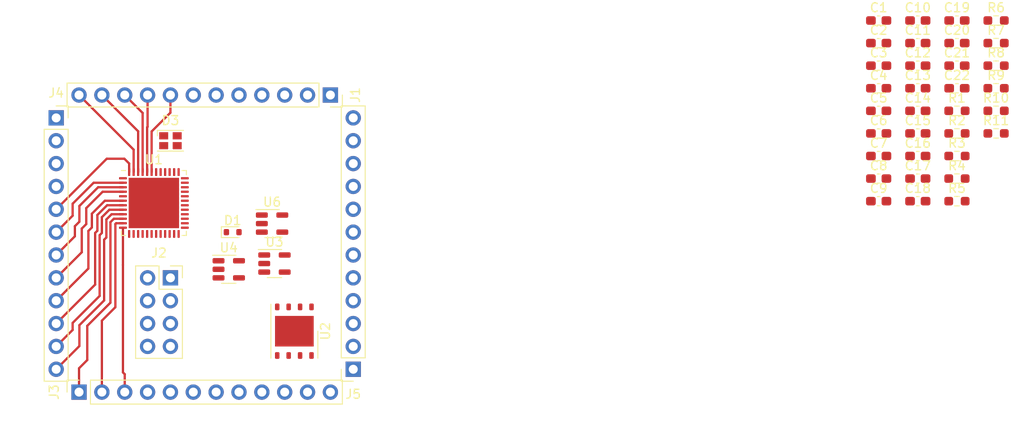
<source format=kicad_pcb>
(kicad_pcb (version 20221018) (generator pcbnew)
  (layers (0 "F.Cu" signal) (31 "B.Cu" signal) (34 "B.Paste" user) (35 "F.Paste" user) (36 "B.SilkS" user "B.Silkscreen") (37 "F.SilkS" user "F.Silkscreen") (38 "B.Mask" user) (39 "F.Mask" user) (44 "Edge.Cuts" user))
  (net 0 "")
  (net 1 "/BANK_0_V+")
  (net 2 "GND")
  (net 3 "/BANK_1_V+")
  (net 4 "/BANK_2_V+")
  (net 5 "+5V")
  (net 6 "+3V3")
  (net 7 "+1V2")
  (net 8 "+2V5")
  (net 9 "Net-(U1D-VCCPLL)")
  (net 10 "Net-(D3-A)")
  (net 11 "/RGB0_G")
  (net 12 "/RGB1_B")
  (net 13 "/RGB2_R")
  (net 14 "/IOT_37a")
  (net 15 "/IOT_36b")
  (net 16 "/IOT_39a")
  (net 17 "/IOT_38b")
  (net 18 "/IOT_41a")
  (net 19 "/IOT_42b")
  (net 20 "/IOT_43a")
  (net 21 "/IOT_44b")
  (net 22 "/IOT_46b_G0")
  (net 23 "/IOT_48b")
  (net 24 "/IOT_45a_G1")
  (net 25 "/IOT_50b")
  (net 26 "/IOT_51a")
  (net 27 "/IOT_49a")
  (net 28 "/IOB_3b_G6")
  (net 29 "/IOB_5b")
  (net 30 "/IOB_0a")
  (net 31 "/IOB_2a")
  (net 32 "/~{CRESET}")
  (net 33 "/CDONE")
  (net 34 "/IOB_32a_SPI_SO")
  (net 35 "/IOB_33b_SPI_SI")
  (net 36 "/IOB_34a_SPI_SCK")
  (net 37 "/IOB_35b_SPI_SS")
  (net 38 "/IOB_4a")
  (net 39 "/IOB_6a")
  (net 40 "/IOB_8a")
  (net 41 "/IOB_9b")
  (net 42 "/IOB_13b")
  (net 43 "/IOB_16a")
  (net 44 "/IOB_18a")
  (net 45 "/IOB_20a")
  (net 46 "/IOB_22a")
  (net 47 "/IOB_24a")
  (net 48 "/IOB_31b")
  (net 49 "/IOB_29b")
  (net 50 "/IOB_25b_G3")
  (net 51 "/IOB_23b")
  (net 52 "/FLASH_IO2")
  (net 53 "/FLASH_IO3")
  (footprint "Package_TO_SOT_SMD:SOT-23-5" (layer "F.Cu") (at 82.4175 72.71)
    (fp_text reference "U6" (at 0 -2.4) (layer "F.SilkS"))
    (fp_text value "AP2127K-1.2")
    (fp_line (start 0 -1.56) (end -1.8 -1.56) (stroke (width 0.12)) (layer "F.SilkS"))
    (fp_line (start 0 -1.56) (end 0.8 -1.56) (stroke (width 0.12)) (layer "F.SilkS"))
    (fp_line (start 0 1.56) (end -0.8 1.56) (stroke (width 0.12)) (layer "F.SilkS"))
    (fp_line (start 0 1.56) (end 0.8 1.56) (stroke (width 0.12)) (layer "F.SilkS"))
    (pad "1" smd roundrect (at -1.1375 -0.95) (size 1.325 0.6) (layers "F.Cu" "F.Paste" "F.Mask") (net 5 "+5V"))
    (pad "2" smd roundrect (at -1.1375 0) (size 1.325 0.6) (layers "F.Cu" "F.Paste" "F.Mask") (net 2 "GND"))
    (pad "3" smd roundrect (at -1.1375 0.95) (size 1.325 0.6) (layers "F.Cu" "F.Paste" "F.Mask") (net 5 "+5V"))
    (pad "4" smd roundrect (at 1.1375 0.95) (size 1.325 0.6) (layers "F.Cu" "F.Paste" "F.Mask"))
    (pad "5" smd roundrect (at 1.1375 -0.95) (size 1.325 0.6) (layers "F.Cu" "F.Paste" "F.Mask") (net 7 "+1V2"))
  )
  (footprint "Resistor_SMD:R_0603_1608Metric_Pad0.98x0.95mm_HandSolder" (layer "F.Cu") (at 158.54 60.175)
    (fp_text reference "R1" (at 0 -1.43) (layer "F.SilkS"))
    (fp_text value "R_Small")
    (fp_line (start -0.254724 -0.5225) (end 0.254724 -0.5225) (stroke (width 0.12)) (layer "F.SilkS"))
    (fp_line (start -0.254724 0.5225) (end 0.254724 0.5225) (stroke (width 0.12)) (layer "F.SilkS"))
    (pad "1" smd roundrect (at -0.9125 0) (size 0.975 0.95) (layers "F.Cu" "F.Paste" "F.Mask") (net 6 "+3V3"))
    (pad "2" smd roundrect (at 0.9125 0) (size 0.975 0.95) (layers "F.Cu" "F.Paste" "F.Mask") (net 3 "/BANK_1_V+"))
  )
  (footprint "Package_TO_SOT_SMD:SOT-23-5" (layer "F.Cu") (at 77.6025 77.79)
    (fp_text reference "U4" (at 0 -2.4) (layer "F.SilkS"))
    (fp_text value "AP2127K-2.5")
    (fp_line (start 0 -1.56) (end -1.8 -1.56) (stroke (width 0.12)) (layer "F.SilkS"))
    (fp_line (start 0 -1.56) (end 0.8 -1.56) (stroke (width 0.12)) (layer "F.SilkS"))
    (fp_line (start 0 1.56) (end -0.8 1.56) (stroke (width 0.12)) (layer "F.SilkS"))
    (fp_line (start 0 1.56) (end 0.8 1.56) (stroke (width 0.12)) (layer "F.SilkS"))
    (pad "1" smd roundrect (at -1.1375 -0.95) (size 1.325 0.6) (layers "F.Cu" "F.Paste" "F.Mask") (net 5 "+5V"))
    (pad "2" smd roundrect (at -1.1375 0) (size 1.325 0.6) (layers "F.Cu" "F.Paste" "F.Mask") (net 2 "GND"))
    (pad "3" smd roundrect (at -1.1375 0.95) (size 1.325 0.6) (layers "F.Cu" "F.Paste" "F.Mask") (net 5 "+5V"))
    (pad "4" smd roundrect (at 1.1375 0.95) (size 1.325 0.6) (layers "F.Cu" "F.Paste" "F.Mask"))
    (pad "5" smd roundrect (at 1.1375 -0.95) (size 1.325 0.6) (layers "F.Cu" "F.Paste" "F.Mask") (net 8 "+2V5"))
  )
  (footprint "Capacitor_SMD:C_0603_1608Metric_Pad1.08x0.95mm_HandSolder" (layer "F.Cu") (at 154.19 60.175)
    (fp_text reference "C14" (at 0 -1.43) (layer "F.SilkS"))
    (fp_text value "2u2")
    (fp_line (start -0.146267 -0.51) (end 0.146267 -0.51) (stroke (width 0.12)) (layer "F.SilkS"))
    (fp_line (start -0.146267 0.51) (end 0.146267 0.51) (stroke (width 0.12)) (layer "F.SilkS"))
    (pad "1" smd roundrect (at -0.8625 0) (size 1.075 0.95) (layers "F.Cu" "F.Paste" "F.Mask") (net 5 "+5V"))
    (pad "2" smd roundrect (at 0.8625 0) (size 1.075 0.95) (layers "F.Cu" "F.Paste" "F.Mask") (net 2 "GND"))
  )
  (footprint "Capacitor_SMD:C_0603_1608Metric_Pad1.08x0.95mm_HandSolder" (layer "F.Cu") (at 154.19 57.665)
    (fp_text reference "C13" (at 0 -1.43) (layer "F.SilkS"))
    (fp_text value "2u2")
    (fp_line (start -0.146267 -0.51) (end 0.146267 -0.51) (stroke (width 0.12)) (layer "F.SilkS"))
    (fp_line (start -0.146267 0.51) (end 0.146267 0.51) (stroke (width 0.12)) (layer "F.SilkS"))
    (pad "1" smd roundrect (at -0.8625 0) (size 1.075 0.95) (layers "F.Cu" "F.Paste" "F.Mask") (net 7 "+1V2"))
    (pad "2" smd roundrect (at 0.8625 0) (size 1.075 0.95) (layers "F.Cu" "F.Paste" "F.Mask") (net 2 "GND"))
  )
  (footprint "Resistor_SMD:R_0603_1608Metric_Pad0.98x0.95mm_HandSolder" (layer "F.Cu") (at 162.89 55.155)
    (fp_text reference "R8" (at 0 -1.43) (layer "F.SilkS"))
    (fp_text value "R_Small")
    (fp_line (start -0.254724 -0.5225) (end 0.254724 -0.5225) (stroke (width 0.12)) (layer "F.SilkS"))
    (fp_line (start -0.254724 0.5225) (end 0.254724 0.5225) (stroke (width 0.12)) (layer "F.SilkS"))
    (pad "1" smd roundrect (at -0.9125 0) (size 0.975 0.95) (layers "F.Cu" "F.Paste" "F.Mask") (net 10 "Net-(D3-A)"))
    (pad "2" smd roundrect (at 0.9125 0) (size 0.975 0.95) (layers "F.Cu" "F.Paste" "F.Mask") (net 6 "+3V3"))
  )
  (footprint "Connector_PinSocket_2.54mm:PinSocket_2x04_P2.54mm_Vertical" (layer "F.Cu") (at 71.12 78.74)
    (fp_text reference "J2" (at -1.27 -2.77) (layer "F.SilkS"))
    (fp_text value "Conn_02x04_Counter_Clockwise")
    (fp_line (start -3.87 -1.33) (end -3.87 8.95) (stroke (width 0.12)) (layer "F.SilkS"))
    (fp_line (start -3.87 -1.33) (end -1.27 -1.33) (stroke (width 0.12)) (layer "F.SilkS"))
    (fp_line (start -3.87 8.95) (end 1.33 8.95) (stroke (width 0.12)) (layer "F.SilkS"))
    (fp_line (start -1.27 -1.33) (end -1.27 1.27) (stroke (width 0.12)) (layer "F.SilkS"))
    (fp_line (start -1.27 1.27) (end 1.33 1.27) (stroke (width 0.12)) (layer "F.SilkS"))
    (fp_line (start 0 -1.33) (end 1.33 -1.33) (stroke (width 0.12)) (layer "F.SilkS"))
    (fp_line (start 1.33 -1.33) (end 1.33 0) (stroke (width 0.12)) (layer "F.SilkS"))
    (fp_line (start 1.33 1.27) (end 1.33 8.95) (stroke (width 0.12)) (layer "F.SilkS"))
    (pad "1" thru_hole rect (at 0 0) (size 1.7 1.7) (drill 1) (layers "*.Cu" "*.Mask") (net 5 "+5V"))
    (pad "2" thru_hole oval (at -2.54 0) (size 1.7 1.7) (drill 1) (layers "*.Cu" "*.Mask") (net 32 "/~{CRESET}"))
    (pad "3" thru_hole oval (at 0 2.54) (size 1.7 1.7) (drill 1) (layers "*.Cu" "*.Mask") (net 33 "/CDONE"))
    (pad "4" thru_hole oval (at -2.54 2.54) (size 1.7 1.7) (drill 1) (layers "*.Cu" "*.Mask") (net 2 "GND"))
    (pad "5" thru_hole oval (at 0 5.08) (size 1.7 1.7) (drill 1) (layers "*.Cu" "*.Mask") (net 34 "/IOB_32a_SPI_SO"))
    (pad "6" thru_hole oval (at -2.54 5.08) (size 1.7 1.7) (drill 1) (layers "*.Cu" "*.Mask") (net 35 "/IOB_33b_SPI_SI"))
    (pad "7" thru_hole oval (at 0 7.62) (size 1.7 1.7) (drill 1) (layers "*.Cu" "*.Mask") (net 36 "/IOB_34a_SPI_SCK"))
    (pad "8" thru_hole oval (at -2.54 7.62) (size 1.7 1.7) (drill 1) (layers "*.Cu" "*.Mask") (net 37 "/IOB_35b_SPI_SS"))
  )
  (footprint "Package_SON:WSON-8-1EP_6x5mm_P1.27mm_EP3.4x4.3mm" (layer "F.Cu") (at 84.895 84.67 -90)
    (fp_text reference "U2" (at 0 -3.45 90) (layer "F.SilkS"))
    (fp_text value "W25Q32JVZP")
    (fp_line (start -3 2.61) (end 3 2.61) (stroke (width 0.12)) (layer "F.SilkS"))
    (fp_line (start 0 -2.61) (end 3 -2.61) (stroke (width 0.12)) (layer "F.SilkS"))
    (pad "1" smd roundrect (at -2.7 -1.905 270) (size 0.75 0.5) (layers "F.Cu" "F.Paste" "F.Mask") (net 37 "/IOB_35b_SPI_SS"))
    (pad "2" smd roundrect (at -2.7 -0.635 270) (size 0.75 0.5) (layers "F.Cu" "F.Paste" "F.Mask") (net 34 "/IOB_32a_SPI_SO"))
    (pad "3" smd roundrect (at -2.7 0.635 270) (size 0.75 0.5) (layers "F.Cu" "F.Paste" "F.Mask") (net 52 "/FLASH_IO2"))
    (pad "4" smd roundrect (at -2.7 1.905 270) (size 0.75 0.5) (layers "F.Cu" "F.Paste" "F.Mask") (net 2 "GND"))
    (pad "5" smd roundrect (at 2.7 1.905 270) (size 0.75 0.5) (layers "F.Cu" "F.Paste" "F.Mask") (net 35 "/IOB_33b_SPI_SI"))
    (pad "6" smd roundrect (at 2.7 0.635 270) (size 0.75 0.5) (layers "F.Cu" "F.Paste" "F.Mask") (net 36 "/IOB_34a_SPI_SCK"))
    (pad "7" smd roundrect (at 2.7 -0.635 270) (size 0.75 0.5) (layers "F.Cu" "F.Paste" "F.Mask") (net 53 "/FLASH_IO3"))
    (pad "8" smd roundrect (at 2.7 -1.905 270) (size 0.75 0.5) (layers "F.Cu" "F.Paste" "F.Mask") (net 3 "/BANK_1_V+"))
    (pad "9" smd rect (at 0 0 270) (size 3.4 4.3) (layers "F.Cu" "F.Mask") (net 2 "GND"))
  )
  (footprint "Capacitor_SMD:C_0603_1608Metric_Pad1.08x0.95mm_HandSolder" (layer "F.Cu") (at 158.54 55.155)
    (fp_text reference "C21" (at 0 -1.43) (layer "F.SilkS"))
    (fp_text value "2u2")
    (fp_line (start -0.146267 -0.51) (end 0.146267 -0.51) (stroke (width 0.12)) (layer "F.SilkS"))
    (fp_line (start -0.146267 0.51) (end 0.146267 0.51) (stroke (width 0.12)) (layer "F.SilkS"))
    (pad "1" smd roundrect (at -0.8625 0) (size 1.075 0.95) (layers "F.Cu" "F.Paste" "F.Mask") (net 10 "Net-(D3-A)"))
    (pad "2" smd roundrect (at 0.8625 0) (size 1.075 0.95) (layers "F.Cu" "F.Paste" "F.Mask") (net 2 "GND"))
  )
  (footprint "Capacitor_SMD:C_0603_1608Metric_Pad1.08x0.95mm_HandSolder" (layer "F.Cu") (at 149.84 67.705)
    (fp_text reference "C8" (at 0 -1.43) (layer "F.SilkS"))
    (fp_text value "10n")
    (fp_line (start -0.146267 -0.51) (end 0.146267 -0.51) (stroke (width 0.12)) (layer "F.SilkS"))
    (fp_line (start -0.146267 0.51) (end 0.146267 0.51) (stroke (width 0.12)) (layer "F.SilkS"))
    (pad "1" smd roundrect (at -0.8625 0) (size 1.075 0.95) (layers "F.Cu" "F.Paste" "F.Mask") (net 4 "/BANK_2_V+"))
    (pad "2" smd roundrect (at 0.8625 0) (size 1.075 0.95) (layers "F.Cu" "F.Paste" "F.Mask") (net 2 "GND"))
  )
  (footprint "Resistor_SMD:R_0603_1608Metric_Pad0.98x0.95mm_HandSolder" (layer "F.Cu") (at 158.54 67.705)
    (fp_text reference "R4" (at 0 -1.43) (layer "F.SilkS"))
    (fp_text value "R_Small")
    (fp_line (start -0.254724 -0.5225) (end 0.254724 -0.5225) (stroke (width 0.12)) (layer "F.SilkS"))
    (fp_line (start -0.254724 0.5225) (end 0.254724 0.5225) (stroke (width 0.12)) (layer "F.SilkS"))
    (pad "1" smd roundrect (at -0.9125 0) (size 0.975 0.95) (layers "F.Cu" "F.Paste" "F.Mask") (net 8 "+2V5"))
    (pad "2" smd roundrect (at 0.9125 0) (size 0.975 0.95) (layers "F.Cu" "F.Paste" "F.Mask") (net 4 "/BANK_2_V+"))
  )
  (footprint "Resistor_SMD:R_0603_1608Metric_Pad0.98x0.95mm_HandSolder" (layer "F.Cu") (at 162.89 60.175)
    (fp_text reference "R10" (at 0 -1.43) (layer "F.SilkS"))
    (fp_text value "10k")
    (fp_line (start -0.254724 -0.5225) (end 0.254724 -0.5225) (stroke (width 0.12)) (layer "F.SilkS"))
    (fp_line (start -0.254724 0.5225) (end 0.254724 0.5225) (stroke (width 0.12)) (layer "F.SilkS"))
    (pad "1" smd roundrect (at -0.9125 0) (size 0.975 0.95) (layers "F.Cu" "F.Paste" "F.Mask") (net 3 "/BANK_1_V+"))
    (pad "2" smd roundrect (at 0.9125 0) (size 0.975 0.95) (layers "F.Cu" "F.Paste" "F.Mask") (net 52 "/FLASH_IO2"))
  )
  (footprint "Capacitor_SMD:C_0603_1608Metric_Pad1.08x0.95mm_HandSolder" (layer "F.Cu") (at 149.84 52.645)
    (fp_text reference "C2" (at 0 -1.43) (layer "F.SilkS"))
    (fp_text value "100n")
    (fp_line (start -0.146267 -0.51) (end 0.146267 -0.51) (stroke (width 0.12)) (layer "F.SilkS"))
    (fp_line (start -0.146267 0.51) (end 0.146267 0.51) (stroke (width 0.12)) (layer "F.SilkS"))
    (pad "1" smd roundrect (at -0.8625 0) (size 1.075 0.95) (layers "F.Cu" "F.Paste" "F.Mask") (net 1 "/BANK_0_V+"))
    (pad "2" smd roundrect (at 0.8625 0) (size 1.075 0.95) (layers "F.Cu" "F.Paste" "F.Mask") (net 2 "GND"))
  )
  (footprint "Capacitor_SMD:C_0603_1608Metric_Pad1.08x0.95mm_HandSolder" (layer "F.Cu") (at 149.84 50.135)
    (fp_text reference "C1" (at 0 -1.43) (layer "F.SilkS"))
    (fp_text value "2u2")
    (fp_line (start -0.146267 -0.51) (end 0.146267 -0.51) (stroke (width 0.12)) (layer "F.SilkS"))
    (fp_line (start -0.146267 0.51) (end 0.146267 0.51) (stroke (width 0.12)) (layer "F.SilkS"))
    (pad "1" smd roundrect (at -0.8625 0) (size 1.075 0.95) (layers "F.Cu" "F.Paste" "F.Mask") (net 1 "/BANK_0_V+"))
    (pad "2" smd roundrect (at 0.8625 0) (size 1.075 0.95) (layers "F.Cu" "F.Paste" "F.Mask") (net 2 "GND"))
  )
  (footprint "Capacitor_SMD:C_0603_1608Metric_Pad1.08x0.95mm_HandSolder" (layer "F.Cu") (at 154.19 62.685)
    (fp_text reference "C15" (at 0 -1.43) (layer "F.SilkS"))
    (fp_text value "2u2")
    (fp_line (start -0.146267 -0.51) (end 0.146267 -0.51) (stroke (width 0.12)) (layer "F.SilkS"))
    (fp_line (start -0.146267 0.51) (end 0.146267 0.51) (stroke (width 0.12)) (layer "F.SilkS"))
    (pad "1" smd roundrect (at -0.8625 0) (size 1.075 0.95) (layers "F.Cu" "F.Paste" "F.Mask") (net 8 "+2V5"))
    (pad "2" smd roundrect (at 0.8625 0) (size 1.075 0.95) (layers "F.Cu" "F.Paste" "F.Mask") (net 2 "GND"))
  )
  (footprint "Capacitor_SMD:C_0603_1608Metric_Pad1.08x0.95mm_HandSolder" (layer "F.Cu") (at 154.19 50.135)
    (fp_text reference "C10" (at 0 -1.43) (layer "F.SilkS"))
    (fp_text value "2u2")
    (fp_line (start -0.146267 -0.51) (end 0.146267 -0.51) (stroke (width 0.12)) (layer "F.SilkS"))
    (fp_line (start -0.146267 0.51) (end 0.146267 0.51) (stroke (width 0.12)) (layer "F.SilkS"))
    (pad "1" smd roundrect (at -0.8625 0) (size 1.075 0.95) (layers "F.Cu" "F.Paste" "F.Mask") (net 5 "+5V"))
    (pad "2" smd roundrect (at 0.8625 0) (size 1.075 0.95) (layers "F.Cu" "F.Paste" "F.Mask") (net 2 "GND"))
  )
  (footprint "Capacitor_SMD:C_0603_1608Metric_Pad1.08x0.95mm_HandSolder" (layer "F.Cu") (at 154.19 55.155)
    (fp_text reference "C12" (at 0 -1.43) (layer "F.SilkS"))
    (fp_text value "2u2")
    (fp_line (start -0.146267 -0.51) (end 0.146267 -0.51) (stroke (width 0.12)) (layer "F.SilkS"))
    (fp_line (start -0.146267 0.51) (end 0.146267 0.51) (stroke (width 0.12)) (layer "F.SilkS"))
    (pad "1" smd roundrect (at -0.8625 0) (size 1.075 0.95) (layers "F.Cu" "F.Paste" "F.Mask") (net 5 "+5V"))
    (pad "2" smd roundrect (at 0.8625 0) (size 1.075 0.95) (layers "F.Cu" "F.Paste" "F.Mask") (net 2 "GND"))
  )
  (footprint "Capacitor_SMD:C_0603_1608Metric_Pad1.08x0.95mm_HandSolder" (layer "F.Cu") (at 158.54 50.135)
    (fp_text reference "C19" (at 0 -1.43) (layer "F.SilkS"))
    (fp_text value "2u2")
    (fp_line (start -0.146267 -0.51) (end 0.146267 -0.51) (stroke (width 0.12)) (layer "F.SilkS"))
    (fp_line (start -0.146267 0.51) (end 0.146267 0.51) (stroke (width 0.12)) (layer "F.SilkS"))
    (pad "1" smd roundrect (at -0.8625 0) (size 1.075 0.95) (layers "F.Cu" "F.Paste" "F.Mask") (net 9 "Net-(U1D-VCCPLL)"))
    (pad "2" smd roundrect (at 0.8625 0) (size 1.075 0.95) (layers "F.Cu" "F.Paste" "F.Mask") (net 2 "GND"))
  )
  (footprint "Resistor_SMD:R_0603_1608Metric_Pad0.98x0.95mm_HandSolder" (layer "F.Cu") (at 158.54 62.685)
    (fp_text reference "R2" (at 0 -1.43) (layer "F.SilkS"))
    (fp_text value "R_Small")
    (fp_line (start -0.254724 -0.5225) (end 0.254724 -0.5225) (stroke (width 0.12)) (layer "F.SilkS"))
    (fp_line (start -0.254724 0.5225) (end 0.254724 0.5225) (stroke (width 0.12)) (layer "F.SilkS"))
    (pad "1" smd roundrect (at -0.9125 0) (size 0.975 0.95) (layers "F.Cu" "F.Paste" "F.Mask") (net 6 "+3V3"))
    (pad "2" smd roundrect (at 0.9125 0) (size 0.975 0.95) (layers "F.Cu" "F.Paste" "F.Mask") (net 1 "/BANK_0_V+"))
  )
  (footprint "Capacitor_SMD:C_0603_1608Metric_Pad1.08x0.95mm_HandSolder" (layer "F.Cu") (at 149.84 57.665)
    (fp_text reference "C4" (at 0 -1.43) (layer "F.SilkS"))
    (fp_text value "2u2")
    (fp_line (start -0.146267 -0.51) (end 0.146267 -0.51) (stroke (width 0.12)) (layer "F.SilkS"))
    (fp_line (start -0.146267 0.51) (end 0.146267 0.51) (stroke (width 0.12)) (layer "F.SilkS"))
    (pad "1" smd roundrect (at -0.8625 0) (size 1.075 0.95) (layers "F.Cu" "F.Paste" "F.Mask") (net 3 "/BANK_1_V+"))
    (pad "2" smd roundrect (at 0.8625 0) (size 1.075 0.95) (layers "F.Cu" "F.Paste" "F.Mask") (net 2 "GND"))
  )
  (footprint "Capacitor_SMD:C_0603_1608Metric_Pad1.08x0.95mm_HandSolder" (layer "F.Cu") (at 154.19 67.705)
    (fp_text reference "C17" (at 0 -1.43) (layer "F.SilkS"))
    (fp_text value "100n")
    (fp_line (start -0.146267 -0.51) (end 0.146267 -0.51) (stroke (width 0.12)) (layer "F.SilkS"))
    (fp_line (start -0.146267 0.51) (end 0.146267 0.51) (stroke (width 0.12)) (layer "F.SilkS"))
    (pad "1" smd roundrect (at -0.8625 0) (size 1.075 0.95) (layers "F.Cu" "F.Paste" "F.Mask") (net 5 "+5V"))
    (pad "2" smd roundrect (at 0.8625 0) (size 1.075 0.95) (layers "F.Cu" "F.Paste" "F.Mask") (net 2 "GND"))
  )
  (footprint "Connector_PinSocket_2.54mm:PinSocket_1x12_P2.54mm_Vertical" (layer "F.Cu") (at 91.44 88.9 180)
    (fp_text reference "J5" (at 0 -2.77) (layer "F.SilkS"))
    (fp_text value "Conn_01x12_Pin")
    (fp_line (start -1.33 1.27) (end -1.33 29.27) (stroke (width 0.12)) (layer "F.SilkS"))
    (fp_line (start -1.33 1.27) (end 1.33 1.27) (stroke (width 0.12)) (layer "F.SilkS"))
    (fp_line (start -1.33 29.27) (end 1.33 29.27) (stroke (width 0.12)) (layer "F.SilkS"))
    (fp_line (start 0 -1.33) (end 1.33 -1.33) (stroke (width 0.12)) (layer "F.SilkS"))
    (fp_line (start 1.33 -1.33) (end 1.33 0) (stroke (width 0.12)) (layer "F.SilkS"))
    (fp_line (start 1.33 1.27) (end 1.33 29.27) (stroke (width 0.12)) (layer "F.SilkS"))
    (pad "1" thru_hole rect (at 0 0 180) (size 1.7 1.7) (drill 1) (layers "*.Cu" "*.Mask") (net 6 "+3V3"))
    (pad "2" thru_hole oval (at 0 2.54 180) (size 1.7 1.7) (drill 1) (layers "*.Cu" "*.Mask") (net 6 "+3V3"))
    (pad "3" thru_hole oval (at 0 5.08 180) (size 1.7 1.7) (drill 1) (layers "*.Cu" "*.Mask") (net 2 "GND"))
    (pad "4" thru_hole oval (at 0 7.62 180) (size 1.7 1.7) (drill 1) (layers "*.Cu" "*.Mask") (net 2 "GND"))
    (pad "5" thru_hole oval (at 0 10.16 180) (size 1.7 1.7) (drill 1) (layers "*.Cu" "*.Mask") (net 14 "/IOT_37a"))
    (pad "6" thru_hole oval (at 0 12.7 180) (size 1.7 1.7) (drill 1) (layers "*.Cu" "*.Mask") (net 15 "/IOT_36b"))
    (pad "7" thru_hole oval (at 0 15.24 180) (size 1.7 1.7) (drill 1) (layers "*.Cu" "*.Mask") (net 16 "/IOT_39a"))
    (pad "8" thru_hole oval (at 0 17.78 180) (size 1.7 1.7) (drill 1) (layers "*.Cu" "*.Mask") (net 17 "/IOT_38b"))
    (pad "9" thru_hole oval (at 0 20.32 180) (size 1.7 1.7) (drill 1) (layers "*.Cu" "*.Mask") (net 18 "/IOT_41a"))
    (pad "10" thru_hole oval (at 0 22.86 180) (size 1.7 1.7) (drill 1) (layers "*.Cu" "*.Mask") (net 2 "GND"))
    (pad "11" thru_hole oval (at 0 25.4 180) (size 1.7 1.7) (drill 1) (layers "*.Cu" "*.Mask") (net 19 "/IOT_42b"))
    (pad "12" thru_hole oval (at 0 27.94 180) (size 1.7 1.7) (drill 1) (layers "*.Cu" "*.Mask") (net 20 "/IOT_43a"))
  )
  (footprint "Resistor_SMD:R_0603_1608Metric_Pad0.98x0.95mm_HandSolder" (layer "F.Cu") (at 162.89 50.135)
    (fp_text reference "R6" (at 0 -1.43) (layer "F.SilkS"))
    (fp_text value "R_Small")
    (fp_line (start -0.254724 -0.5225) (end 0.254724 -0.5225) (stroke (width 0.12)) (layer "F.SilkS"))
    (fp_line (start -0.254724 0.5225) (end 0.254724 0.5225) (stroke (width 0.12)) (layer "F.SilkS"))
    (pad "1" smd roundrect (at -0.9125 0) (size 0.975 0.95) (layers "F.Cu" "F.Paste" "F.Mask") (net 8 "+2V5"))
    (pad "2" smd roundrect (at 0.9125 0) (size 0.975 0.95) (layers "F.Cu" "F.Paste" "F.Mask") (net 1 "/BANK_0_V+"))
  )
  (footprint "Resistor_SMD:R_0603_1608Metric_Pad0.98x0.95mm_HandSolder" (layer "F.Cu") (at 158.54 70.215)
    (fp_text reference "R5" (at 0 -1.43) (layer "F.SilkS"))
    (fp_text value "R_Small")
    (fp_line (start -0.254724 -0.5225) (end 0.254724 -0.5225) (stroke (width 0.12)) (layer "F.SilkS"))
    (fp_line (start -0.254724 0.5225) (end 0.254724 0.5225) (stroke (width 0.12)) (layer "F.SilkS"))
    (pad "1" smd roundrect (at -0.9125 0) (size 0.975 0.95) (layers "F.Cu" "F.Paste" "F.Mask") (net 8 "+2V5"))
    (pad "2" smd roundrect (at 0.9125 0) (size 0.975 0.95) (layers "F.Cu" "F.Paste" "F.Mask") (net 3 "/BANK_1_V+"))
  )
  (footprint "Package_TO_SOT_SMD:SOT-23-5" (layer "F.Cu") (at 82.6825 77.15)
    (fp_text reference "U3" (at 0 -2.4) (layer "F.SilkS"))
    (fp_text value "AP2127K-3.3")
    (fp_line (start 0 -1.56) (end -1.8 -1.56) (stroke (width 0.12)) (layer "F.SilkS"))
    (fp_line (start 0 -1.56) (end 0.8 -1.56) (stroke (width 0.12)) (layer "F.SilkS"))
    (fp_line (start 0 1.56) (end -0.8 1.56) (stroke (width 0.12)) (layer "F.SilkS"))
    (fp_line (start 0 1.56) (end 0.8 1.56) (stroke (width 0.12)) (layer "F.SilkS"))
    (pad "1" smd roundrect (at -1.1375 -0.95) (size 1.325 0.6) (layers "F.Cu" "F.Paste" "F.Mask") (net 5 "+5V"))
    (pad "2" smd roundrect (at -1.1375 0) (size 1.325 0.6) (layers "F.Cu" "F.Paste" "F.Mask") (net 2 "GND"))
    (pad "3" smd roundrect (at -1.1375 0.95) (size 1.325 0.6) (layers "F.Cu" "F.Paste" "F.Mask") (net 5 "+5V"))
    (pad "4" smd roundrect (at 1.1375 0.95) (size 1.325 0.6) (layers "F.Cu" "F.Paste" "F.Mask"))
    (pad "5" smd roundrect (at 1.1375 -0.95) (size 1.325 0.6) (layers "F.Cu" "F.Paste" "F.Mask") (net 6 "+3V3"))
  )
  (footprint "Capacitor_SMD:C_0603_1608Metric_Pad1.08x0.95mm_HandSolder" (layer "F.Cu") (at 158.54 52.645)
    (fp_text reference "C20" (at 0 -1.43) (layer "F.SilkS"))
    (fp_text value "100n")
    (fp_line (start -0.146267 -0.51) (end 0.146267 -0.51) (stroke (width 0.12)) (layer "F.SilkS"))
    (fp_line (start -0.146267 0.51) (end 0.146267 0.51) (stroke (width 0.12)) (layer "F.SilkS"))
    (pad "1" smd roundrect (at -0.8625 0) (size 1.075 0.95) (layers "F.Cu" "F.Paste" "F.Mask") (net 9 "Net-(U1D-VCCPLL)"))
    (pad "2" smd roundrect (at 0.8625 0) (size 1.075 0.95) (layers "F.Cu" "F.Paste" "F.Mask") (net 2 "GND"))
  )
  (footprint "Resistor_SMD:R_0603_1608Metric_Pad0.98x0.95mm_HandSolder" (layer "F.Cu") (at 162.89 57.665)
    (fp_text reference "R9" (at 0 -1.43) (layer "F.SilkS"))
    (fp_text value "10k")
    (fp_line (start -0.254724 -0.5225) (end 0.254724 -0.5225) (stroke (width 0.12)) (layer "F.SilkS"))
    (fp_line (start -0.254724 0.5225) (end 0.254724 0.5225) (stroke (width 0.12)) (layer "F.SilkS"))
    (pad "1" smd roundrect (at -0.9125 0) (size 0.975 0.95) (layers "F.Cu" "F.Paste" "F.Mask") (net 3 "/BANK_1_V+"))
    (pad "2" smd roundrect (at 0.9125 0) (size 0.975 0.95) (layers "F.Cu" "F.Paste" "F.Mask") (net 37 "/IOB_35b_SPI_SS"))
  )
  (footprint "Capacitor_SMD:C_0603_1608Metric_Pad1.08x0.95mm_HandSolder" (layer "F.Cu") (at 149.84 62.685)
    (fp_text reference "C6" (at 0 -1.43) (layer "F.SilkS"))
    (fp_text value "10n")
    (fp_line (start -0.146267 -0.51) (end 0.146267 -0.51) (stroke (width 0.12)) (layer "F.SilkS"))
    (fp_line (start -0.146267 0.51) (end 0.146267 0.51) (stroke (width 0.12)) (layer "F.SilkS"))
    (pad "1" smd roundrect (at -0.8625 0) (size 1.075 0.95) (layers "F.Cu" "F.Paste" "F.Mask") (net 3 "/BANK_1_V+"))
    (pad "2" smd roundrect (at 0.8625 0) (size 1.075 0.95) (layers "F.Cu" "F.Paste" "F.Mask") (net 2 "GND"))
  )
  (footprint "Capacitor_SMD:C_0603_1608Metric_Pad1.08x0.95mm_HandSolder" (layer "F.Cu") (at 154.19 65.195)
    (fp_text reference "C16" (at 0 -1.43) (layer "F.SilkS"))
    (fp_text value "100n")
    (fp_line (start -0.146267 -0.51) (end 0.146267 -0.51) (stroke (width 0.12)) (layer "F.SilkS"))
    (fp_line (start -0.146267 0.51) (end 0.146267 0.51) (stroke (width 0.12)) (layer "F.SilkS"))
    (pad "1" smd roundrect (at -0.8625 0) (size 1.075 0.95) (layers "F.Cu" "F.Paste" "F.Mask") (net 5 "+5V"))
    (pad "2" smd roundrect (at 0.8625 0) (size 1.075 0.95) (layers "F.Cu" "F.Paste" "F.Mask") (net 2 "GND"))
  )
  (footprint "Capacitor_SMD:C_0603_1608Metric_Pad1.08x0.95mm_HandSolder" (layer "F.Cu") (at 158.54 57.665)
    (fp_text reference "C22" (at 0 -1.43) (layer "F.SilkS"))
    (fp_text value "100n")
    (fp_line (start -0.146267 -0.51) (end 0.146267 -0.51) (stroke (width 0.12)) (layer "F.SilkS"))
    (fp_line (start -0.146267 0.51) (end 0.146267 0.51) (stroke (width 0.12)) (layer "F.SilkS"))
    (pad "1" smd roundrect (at -0.8625 0) (size 1.075 0.95) (layers "F.Cu" "F.Paste" "F.Mask") (net 3 "/BANK_1_V+"))
    (pad "2" smd roundrect (at 0.8625 0) (size 1.075 0.95) (layers "F.Cu" "F.Paste" "F.Mask") (net 2 "GND"))
  )
  (footprint "Diode_SMD:D_SOD-523" (layer "F.Cu") (at 78.04 73.66)
    (fp_text reference "D1" (at 0 -1.3) (layer "F.SilkS"))
    (fp_text value "1N4148WT")
    (fp_line (start -1.26 -0.6) (end -1.26 0.6) (stroke (width 0.12)) (layer "F.SilkS"))
    (fp_line (start 0.7 -0.6) (end -1.26 -0.6) (stroke (width 0.12)) (layer "F.SilkS"))
    (fp_line (start 0.7 0.6) (end -1.26 0.6) (stroke (width 0.12)) (layer "F.SilkS"))
    (pad "1" smd roundrect (at -0.7 0 180) (size 0.6 0.7) (layers "F.Cu" "F.Paste" "F.Mask") (net 8 "+2V5"))
    (pad "2" smd roundrect (at 0.7 0 180) (size 0.6 0.7) (layers "F.Cu" "F.Paste" "F.Mask") (net 6 "+3V3"))
  )
  (footprint "LED_SMD:LED_Cree-PLCC4_2x2mm_CW" (layer "F.Cu") (at 71.12 63.5)
    (fp_text reference "D3" (at 0 -2.25) (layer "F.SilkS"))
    (fp_text value "LED_AGBR")
    (fp_line (start -1.45 -1.15) (end 1.45 -1.15) (stroke (width 0.12)) (layer "F.SilkS"))
    (fp_line (start -1.45 -0.55) (end -1.45 -1.15) (stroke (width 0.12)) (layer "F.SilkS"))
    (fp_line (start -1.45 1.15) (end 1.45 1.15) (stroke (width 0.12)) (layer "F.SilkS"))
    (pad "1" smd rect (at -0.75 -0.55) (size 1 0.8) (layers "F.Cu" "F.Paste" "F.Mask") (net 10 "Net-(D3-A)"))
    (pad "2" smd rect (at 0.75 -0.55) (size 1 0.8) (layers "F.Cu" "F.Paste" "F.Mask") (net 11 "/RGB0_G"))
    (pad "3" smd rect (at 0.75 0.55) (size 1 0.8) (layers "F.Cu" "F.Paste" "F.Mask") (net 12 "/RGB1_B"))
    (pad "4" smd rect (at -0.75 0.55) (size 1 0.8) (layers "F.Cu" "F.Paste" "F.Mask") (net 13 "/RGB2_R"))
  )
  (footprint "Resistor_SMD:R_0603_1608Metric_Pad0.98x0.95mm_HandSolder" (layer "F.Cu") (at 162.89 52.645)
    (fp_text reference "R7" (at 0 -1.43) (layer "F.SilkS"))
    (fp_text value "100R")
    (fp_line (start -0.254724 -0.5225) (end 0.254724 -0.5225) (stroke (width 0.12)) (layer "F.SilkS"))
    (fp_line (start -0.254724 0.5225) (end 0.254724 0.5225) (stroke (width 0.12)) (layer "F.SilkS"))
    (pad "1" smd roundrect (at -0.9125 0) (size 0.975 0.95) (layers "F.Cu" "F.Paste" "F.Mask") (net 7 "+1V2"))
    (pad "2" smd roundrect (at 0.9125 0) (size 0.975 0.95) (layers "F.Cu" "F.Paste" "F.Mask") (net 9 "Net-(U1D-VCCPLL)"))
  )
  (footprint "Capacitor_SMD:C_0603_1608Metric_Pad1.08x0.95mm_HandSolder" (layer "F.Cu") (at 154.19 70.215)
    (fp_text reference "C18" (at 0 -1.43) (layer "F.SilkS"))
    (fp_text value "100n")
    (fp_line (start -0.146267 -0.51) (end 0.146267 -0.51) (stroke (width 0.12)) (layer "F.SilkS"))
    (fp_line (start -0.146267 0.51) (end 0.146267 0.51) (stroke (width 0.12)) (layer "F.SilkS"))
    (pad "1" smd roundrect (at -0.8625 0) (size 1.075 0.95) (layers "F.Cu" "F.Paste" "F.Mask") (net 5 "+5V"))
    (pad "2" smd roundrect (at 0.8625 0) (size 1.075 0.95) (layers "F.Cu" "F.Paste" "F.Mask") (net 2 "GND"))
  )
  (footprint "Capacitor_SMD:C_0603_1608Metric_Pad1.08x0.95mm_HandSolder" (layer "F.Cu") (at 149.84 55.155)
    (fp_text reference "C3" (at 0 -1.43) (layer "F.SilkS"))
    (fp_text value "10n")
    (fp_line (start -0.146267 -0.51) (end 0.146267 -0.51) (stroke (width 0.12)) (layer "F.SilkS"))
    (fp_line (start -0.146267 0.51) (end 0.146267 0.51) (stroke (width 0.12)) (layer "F.SilkS"))
    (pad "1" smd roundrect (at -0.8625 0) (size 1.075 0.95) (layers "F.Cu" "F.Paste" "F.Mask") (net 1 "/BANK_0_V+"))
    (pad "2" smd roundrect (at 0.8625 0) (size 1.075 0.95) (layers "F.Cu" "F.Paste" "F.Mask") (net 2 "GND"))
  )
  (footprint "Capacitor_SMD:C_0603_1608Metric_Pad1.08x0.95mm_HandSolder" (layer "F.Cu") (at 149.84 65.195)
    (fp_text reference "C7" (at 0 -1.43) (layer "F.SilkS"))
    (fp_text value "100n")
    (fp_line (start -0.146267 -0.51) (end 0.146267 -0.51) (stroke (width 0.12)) (layer "F.SilkS"))
    (fp_line (start -0.146267 0.51) (end 0.146267 0.51) (stroke (width 0.12)) (layer "F.SilkS"))
    (pad "1" smd roundrect (at -0.8625 0) (size 1.075 0.95) (layers "F.Cu" "F.Paste" "F.Mask") (net 4 "/BANK_2_V+"))
    (pad "2" smd roundrect (at 0.8625 0) (size 1.075 0.95) (layers "F.Cu" "F.Paste" "F.Mask") (net 2 "GND"))
  )
  (footprint "Capacitor_SMD:C_0603_1608Metric_Pad1.08x0.95mm_HandSolder" (layer "F.Cu") (at 149.84 70.215)
    (fp_text reference "C9" (at 0 -1.43) (layer "F.SilkS"))
    (fp_text value "2u2")
    (fp_line (start -0.146267 -0.51) (end 0.146267 -0.51) (stroke (width 0.12)) (layer "F.SilkS"))
    (fp_line (start -0.146267 0.51) (end 0.146267 0.51) (stroke (width 0.12)) (layer "F.SilkS"))
    (pad "1" smd roundrect (at -0.8625 0) (size 1.075 0.95) (layers "F.Cu" "F.Paste" "F.Mask") (net 4 "/BANK_2_V+"))
    (pad "2" smd roundrect (at 0.8625 0) (size 1.075 0.95) (layers "F.Cu" "F.Paste" "F.Mask") (net 2 "GND"))
  )
  (footprint "Capacitor_SMD:C_0603_1608Metric_Pad1.08x0.95mm_HandSolder" (layer "F.Cu") (at 149.84 60.175)
    (fp_text reference "C5" (at 0 -1.43) (layer "F.SilkS"))
    (fp_text value "100n")
    (fp_line (start -0.146267 -0.51) (end 0.146267 -0.51) (stroke (width 0.12)) (layer "F.SilkS"))
    (fp_line (start -0.146267 0.51) (end 0.146267 0.51) (stroke (width 0.12)) (layer "F.SilkS"))
    (pad "1" smd roundrect (at -0.8625 0) (size 1.075 0.95) (layers "F.Cu" "F.Paste" "F.Mask") (net 3 "/BANK_1_V+"))
    (pad "2" smd roundrect (at 0.8625 0) (size 1.075 0.95) (layers "F.Cu" "F.Paste" "F.Mask") (net 2 "GND"))
  )
  (footprint "Package_DFN_QFN:QFN-48-1EP_7x7mm_P0.5mm_EP5.6x5.6mm" (layer "F.Cu") (at 69.28 70.42)
    (fp_text reference "U1" (at 0 -4.82) (layer "F.SilkS"))
    (fp_text value "ICE40UP5K-SG48ITR")
    (fp_line (start -3.61 3.61) (end -3.61 3.135) (stroke (width 0.12)) (layer "F.SilkS"))
    (fp_line (start -3.135 -3.61) (end -3.61 -3.61) (stroke (width 0.12)) (layer "F.SilkS"))
    (fp_line (start -3.135 3.61) (end -3.61 3.61) (stroke (width 0.12)) (layer "F.SilkS"))
    (fp_line (start 3.135 -3.61) (end 3.61 -3.61) (stroke (width 0.12)) (layer "F.SilkS"))
    (fp_line (start 3.135 3.61) (end 3.61 3.61) (stroke (width 0.12)) (layer "F.SilkS"))
    (fp_line (start 3.61 -3.61) (end 3.61 -3.135) (stroke (width 0.12)) (layer "F.SilkS"))
    (fp_line (start 3.61 3.61) (end 3.61 3.135) (stroke (width 0.12)) (layer "F.SilkS"))
    (pad "1" smd roundrect (at -3.4375 -2.75) (size 0.875 0.25) (layers "F.Cu" "F.Paste" "F.Mask") (net 4 "/BANK_2_V+"))
    (pad "2" smd roundrect (at -3.4375 -2.25) (size 0.875 0.25) (layers "F.Cu" "F.Paste" "F.Mask") (net 39 "/IOB_6a"))
    (pad "3" smd roundrect (at -3.4375 -1.75) (size 0.875 0.25) (layers "F.Cu" "F.Paste" "F.Mask") (net 41 "/IOB_9b"))
    (pad "4" smd roundrect (at -3.4375 -1.25) (size 0.875 0.25) (layers "F.Cu" "F.Paste" "F.Mask") (net 40 "/IOB_8a"))
    (pad "5" smd roundrect (at -3.4375 -0.75) (size 0.875 0.25) (layers "F.Cu" "F.Paste" "F.Mask") (net 7 "+1V2"))
    (pad "6" smd roundrect (at -3.4375 -0.25) (size 0.875 0.25) (layers "F.Cu" "F.Paste" "F.Mask") (net 42 "/IOB_13b"))
    (pad "7" smd roundrect (at -3.4375 0.25) (size 0.875 0.25) (layers "F.Cu" "F.Paste" "F.Mask") (net 33 "/CDONE"))
    (pad "8" smd roundrect (at -3.4375 0.75) (size 0.875 0.25) (layers "F.Cu" "F.Paste" "F.Mask") (net 32 "/~{CRESET}"))
    (pad "9" smd roundrect (at -3.4375 1.25) (size 0.875 0.25) (layers "F.Cu" "F.Paste" "F.Mask") (net 43 "/IOB_16a"))
    (pad "10" smd roundrect (at -3.4375 1.75) (size 0.875 0.25) (layers "F.Cu" "F.Paste" "F.Mask") (net 44 "/IOB_18a"))
    (pad "11" smd roundrect (at -3.4375 2.25) (size 0.875 0.25) (layers "F.Cu" "F.Paste" "F.Mask") (net 45 "/IOB_20a"))
    (pad "12" smd roundrect (at -3.4375 2.75) (size 0.875 0.25) (layers "F.Cu" "F.Paste" "F.Mask") (net 46 "/IOB_22a"))
    (pad "13" smd roundrect (at -2.75 3.4375) (size 0.25 0.875) (layers "F.Cu" "F.Paste" "F.Mask") (net 47 "/IOB_24a"))
    (pad "14" smd roundrect (at -2.25 3.4375) (size 0.25 0.875) (layers "F.Cu" "F.Paste" "F.Mask") (net 34 "/IOB_32a_SPI_SO"))
    (pad "15" smd roundrect (at -1.75 3.4375) (size 0.25 0.875) (layers "F.Cu" "F.Paste" "F.Mask") (net 36 "/IOB_34a_SPI_SCK"))
    (pad "16" smd roundrect (at -1.25 3.4375) (size 0.25 0.875) (layers "F.Cu" "F.Paste" "F.Mask") (net 37 "/IOB_35b_SPI_SS"))
    (pad "17" smd roundrect (at -0.75 3.4375) (size 0.25 0.875) (layers "F.Cu" "F.Paste" "F.Mask") (net 35 "/IOB_33b_SPI_SI"))
    (pad "18" smd roundrect (at -0.25 3.4375) (size 0.25 0.875) (layers "F.Cu" "F.Paste" "F.Mask") (net 48 "/IOB_31b"))
    (pad "19" smd roundrect (at 0.25 3.4375) (size 0.25 0.875) (layers "F.Cu" "F.Paste" "F.Mask") (net 49 "/IOB_29b"))
    (pad "20" smd roundrect (at 0.75 3.4375) (size 0.25 0.875) (layers "F.Cu" "F.Paste" "F.Mask") (net 50 "/IOB_25b_G3"))
    (pad "21" smd roundrect (at 1.25 3.4375) (size 0.25 0.875) (layers "F.Cu" "F.Paste" "F.Mask") (net 51 "/IOB_23b"))
    (pad "22" smd roundrect (at 1.75 3.4375) (size 0.25 0.875) (layers "F.Cu" "F.Paste" "F.Mask") (net 3 "/BANK_1_V+"))
    (pad "23" smd roundrect (at 2.25 3.4375) (size 0.25 0.875) (layers "F.Cu" "F.Paste" "F.Mask") (net 14 "/IOT_37a"))
    (pad "24" smd roundrect (at 2.75 3.4375) (size 0.25 0.875) (layers "F.Cu" "F.Paste" "F.Mask") (net 8 "+2V5"))
    (pad "25" smd roundrect (at 3.4375 2.75) (size 0.875 0.25) (layers "F.Cu" "F.Paste" "F.Mask") (net 15 "/IOT_36b"))
    (pad "26" smd roundrect (at 3.4375 2.25) (size 0.875 0.25) (layers "F.Cu" "F.Paste" "F.Mask") (net 16 "/IOT_39a"))
    (pad "27" smd roundrect (at 3.4375 1.75) (size 0.875 0.25) (layers "F.Cu" "F.Paste" "F.Mask") (net 17 "/IOT_38b"))
    (pad "28" smd roundrect (at 3.4375 1.25) (size 0.875 0.25) (layers "F.Cu" "F.Paste" "F.Mask") (net 18 "/IOT_41a"))
    (pad "29" smd roundrect (at 3.4375 0.75) (size 0.875 0.25) (layers "F.Cu" "F.Paste" "F.Mask") (net 9 "Net-(U1D-VCCPLL)"))
    (pad "30" smd roundrect (at 3.4375 0.25) (size 0.875 0.25) (layers "F.Cu" "F.Paste" "F.Mask") (net 7 "+1V2"))
    (pad "31" smd roundrect (at 3.4375 -0.25) (size 0.875 0.25) (layers "F.Cu" "F.Paste" "F.Mask") (net 19 "/IOT_42b"))
    (pad "32" smd roundrect (at 3.4375 -0.75) (size 0.875 0.25) (layers "F.Cu" "F.Paste" "F.Mask") (net 20 "/IOT_43a"))
    (pad "33" smd roundrect (at 3.4375 -1.25) (size 0.875 0.25) (layers "F.Cu" "F.Paste" "F.Mask") (net 1 "/BANK_0_V+"))
    (pad "34" smd roundrect (at 3.4375 -1.75) (size 0.875 0.25) (layers "F.Cu" "F.Paste" "F.Mask") (net 21 "/IOT_44b"))
    (pad "35" smd roundrect (at 3.4375 -2.25) (size 0.875 0.25) (layers "F.Cu" "F.Paste" "F.Mask") (net 22 "/IOT_46b_G0"))
    (pad "36" smd roundrect (at 3.4375 -2.75) (size 0.875 0.25) (layers "F.Cu" "F.Paste" "F.Mask") (net 23 "/IOT_48b"))
    (pad "37" smd roundrect (at 2.75 -3.4375) (size 0.25 0.875) (layers "F.Cu" "F.Paste" "F.Mask") (net 24 "/IOT_45a_G1"))
    (pad "38" smd roundrect (at 2.25 -3.4375) (size 0.25 0.875) (layers "F.Cu" "F.Paste" "F.Mask") (net 25 "/IOT_50b"))
    (pad "39" smd roundrect (at 1.75 -3.4375) (size 0.25 0.875) (layers "F.Cu" "F.Paste" "F.Mask") (net 11 "/RGB0_G"))
    (pad "40" smd roundrect (at 1.25 -3.4375) (size 0.25 0.875) (layers "F.Cu" "F.Paste" "F.Mask") (net 12 "/RGB1_B"))
    (pad "41" smd roundrect (at 0.75 -3.4375) (size 0.25 0.875) (layers "F.Cu" "F.Paste" "F.Mask") (net 13 "/RGB2_R"))
    (pad "42" smd roundrect (at 0.25 -3.4375) (size 0.25 0.875) (layers "F.Cu" "F.Paste" "F.Mask") (net 26 "/IOT_51a"))
    (pad "43" smd roundrect (at -0.25 -3.4375) (size 0.25 0.875) (layers "F.Cu" "F.Paste" "F.Mask") (net 27 "/IOT_49a"))
    (pad "44" smd roundrect (at -0.75 -3.4375) (size 0.25 0.875) (layers "F.Cu" "F.Paste" "F.Mask") (net 28 "/IOB_3b_G6"))
    (pad "45" smd roundrect (at -1.25 -3.4375) (size 0.25 0.875) (layers "F.Cu" "F.Paste" "F.Mask") (net 29 "/IOB_5b"))
    (pad "46" smd roundrect (at -1.75 -3.4375) (size 0.25 0.875) (layers "F.Cu" "F.Paste" "F.Mask") (net 30 "/IOB_0a"))
    (pad "47" smd roundrect (at -2.25 -3.4375) (size 0.25 0.875) (layers "F.Cu" "F.Paste" "F.Mask") (net 31 "/IOB_2a"))
    (pad "48" smd roundrect (at -2.75 -3.4375) (size 0.25 0.875) (layers "F.Cu" "F.Paste" "F.Mask") (net 38 "/IOB_4a"))
    (pad "49" smd rect (at 0 0) (size 5.6 5.6) (layers "F.Cu" "F.Mask") (net 2 "GND"))
  )
  (footprint "Resistor_SMD:R_0603_1608Metric_Pad0.98x0.95mm_HandSolder" (layer "F.Cu") (at 162.89 62.685)
    (fp_text reference "R11" (at 0 -1.43) (layer "F.SilkS"))
    (fp_text value "10k")
    (fp_line (start -0.254724 -0.5225) (end 0.254724 -0.5225) (stroke (width 0.12)) (layer "F.SilkS"))
    (fp_line (start -0.254724 0.5225) (end 0.254724 0.5225) (stroke (width 0.12)) (layer "F.SilkS"))
    (pad "1" smd roundrect (at -0.9125 0) (size 0.975 0.95) (layers "F.Cu" "F.Paste" "F.Mask") (net 3 "/BANK_1_V+"))
    (pad "2" smd roundrect (at 0.9125 0) (size 0.975 0.95) (layers "F.Cu" "F.Paste" "F.Mask") (net 53 "/FLASH_IO3"))
  )
  (footprint "Resistor_SMD:R_0603_1608Metric_Pad0.98x0.95mm_HandSolder" (layer "F.Cu") (at 158.54 65.195)
    (fp_text reference "R3" (at 0 -1.43) (layer "F.SilkS"))
    (fp_text value "R_Small")
    (fp_line (start -0.254724 -0.5225) (end 0.254724 -0.5225) (stroke (width 0.12)) (layer "F.SilkS"))
    (fp_line (start -0.254724 0.5225) (end 0.254724 0.5225) (stroke (width 0.12)) (layer "F.SilkS"))
    (pad "1" smd roundrect (at -0.9125 0) (size 0.975 0.95) (layers "F.Cu" "F.Paste" "F.Mask") (net 6 "+3V3"))
    (pad "2" smd roundrect (at 0.9125 0) (size 0.975 0.95) (layers "F.Cu" "F.Paste" "F.Mask") (net 4 "/BANK_2_V+"))
  )
  (footprint "Connector_PinSocket_2.54mm:PinSocket_1x12_P2.54mm_Vertical" (layer "F.Cu") (at 88.9 58.42 -90)
    (fp_text reference "J1" (at 0 -2.77 90) (layer "F.SilkS"))
    (fp_text value "Conn_01x12_Pin")
    (fp_line (start -1.33 1.27) (end -1.33 29.27) (stroke (width 0.12)) (layer "F.SilkS"))
    (fp_line (start -1.33 1.27) (end 1.33 1.27) (stroke (width 0.12)) (layer "F.SilkS"))
    (fp_line (start -1.33 29.27) (end 1.33 29.27) (stroke (width 0.12)) (layer "F.SilkS"))
    (fp_line (start 0 -1.33) (end 1.33 -1.33) (stroke (width 0.12)) (layer "F.SilkS"))
    (fp_line (start 1.33 -1.33) (end 1.33 0) (stroke (width 0.12)) (layer "F.SilkS"))
    (fp_line (start 1.33 1.27) (end 1.33 29.27) (stroke (width 0.12)) (layer "F.SilkS"))
    (pad "1" thru_hole rect (at 0 0 270) (size 1.7 1.7) (drill 1) (layers "*.Cu" "*.Mask") (net 1 "/BANK_0_V+"))
    (pad "2" thru_hole oval (at 0 2.54 270) (size 1.7 1.7) (drill 1) (layers "*.Cu" "*.Mask") (net 21 "/IOT_44b"))
    (pad "3" thru_hole oval (at 0 5.08 270) (size 1.7 1.7) (drill 1) (layers "*.Cu" "*.Mask") (net 22 "/IOT_46b_G0"))
    (pad "4" thru_hole oval (at 0 7.62 270) (size 1.7 1.7) (drill 1) (layers "*.Cu" "*.Mask") (net 23 "/IOT_48b"))
    (pad "5" thru_hole oval (at 0 10.16 270) (size 1.7 1.7) (drill 1) (layers "*.Cu" "*.Mask") (net 24 "/IOT_45a_G1"))
    (pad "6" thru_hole oval (at 0 12.7 270) (size 1.7 1.7) (drill 1) (layers "*.Cu" "*.Mask") (net 25 "/IOT_50b"))
    (pad "7" thru_hole oval (at 0 15.24 270) (size 1.7 1.7) (drill 1) (layers "*.Cu" "*.Mask") (net 26 "/IOT_51a"))
    (pad "8" thru_hole oval (at 0 17.78 270) (size 1.7 1.7) (drill 1) (layers "*.Cu" "*.Mask") (net 27 "/IOT_49a"))
    (pad "9" thru_hole oval (at 0 20.32 270) (size 1.7 1.7) (drill 1) (layers "*.Cu" "*.Mask") (net 28 "/IOB_3b_G6"))
    (pad "10" thru_hole oval (at 0 22.86 270) (size 1.7 1.7) (drill 1) (layers "*.Cu" "*.Mask") (net 29 "/IOB_5b"))
    (pad "11" thru_hole oval (at 0 25.4 270) (size 1.7 1.7) (drill 1) (layers "*.Cu" "*.Mask") (net 30 "/IOB_0a"))
    (pad "12" thru_hole oval (at 0 27.94 270) (size 1.7 1.7) (drill 1) (layers "*.Cu" "*.Mask") (net 31 "/IOB_2a"))
  )
  (footprint "Capacitor_SMD:C_0603_1608Metric_Pad1.08x0.95mm_HandSolder" (layer "F.Cu") (at 154.19 52.645)
    (fp_text reference "C11" (at 0 -1.43) (layer "F.SilkS"))
    (fp_text value "2u2")
    (fp_line (start -0.146267 -0.51) (end 0.146267 -0.51) (stroke (width 0.12)) (layer "F.SilkS"))
    (fp_line (start -0.146267 0.51) (end 0.146267 0.51) (stroke (width 0.12)) (layer "F.SilkS"))
    (pad "1" smd roundrect (at -0.8625 0) (size 1.075 0.95) (layers "F.Cu" "F.Paste" "F.Mask") (net 6 "+3V3"))
    (pad "2" smd roundrect (at 0.8625 0) (size 1.075 0.95) (layers "F.Cu" "F.Paste" "F.Mask") (net 2 "GND"))
  )
  (footprint "Connector_PinSocket_2.54mm:PinSocket_1x12_P2.54mm_Vertical" (layer "F.Cu") (at 58.42 60.96)
    (fp_text reference "J4" (at 0 -2.77) (layer "F.SilkS"))
    (fp_text value "Conn_01x12_Pin")
    (fp_line (start -1.33 1.27) (end -1.33 29.27) (stroke (width 0.12)) (layer "F.SilkS"))
    (fp_line (start -1.33 1.27) (end 1.33 1.27) (stroke (width 0.12)) (layer "F.SilkS"))
    (fp_line (start -1.33 29.27) (end 1.33 29.27) (stroke (width 0.12)) (layer "F.SilkS"))
    (fp_line (start 0 -1.33) (end 1.33 -1.33) (stroke (width 0.12)) (layer "F.SilkS"))
    (fp_line (start 1.33 -1.33) (end 1.33 0) (stroke (width 0.12)) (layer "F.SilkS"))
    (fp_line (start 1.33 1.27) (end 1.33 29.27) (stroke (width 0.12)) (layer "F.SilkS"))
    (pad "1" thru_hole rect (at 0 0) (size 1.7 1.7) (drill 1) (layers "*.Cu" "*.Mask") (net 5 "+5V"))
    (pad "2" thru_hole oval (at 0 2.54) (size 1.7 1.7) (drill 1) (layers "*.Cu" "*.Mask") (net 2 "GND"))
    (pad "3" thru_hole oval (at 0 5.08) (size 1.7 1.7) (drill 1) (layers "*.Cu" "*.Mask") (net 3 "/BANK_1_V+"))
    (pad "4" thru_hole oval (at 0 7.62) (size 1.7 1.7) (drill 1) (layers "*.Cu" "*.Mask") (net 4 "/BANK_2_V+"))
    (pad "5" thru_hole oval (at 0 10.16) (size 1.7 1.7) (drill 1) (layers "*.Cu" "*.Mask") (net 38 "/IOB_4a"))
    (pad "6" thru_hole oval (at 0 12.7) (size 1.7 1.7) (drill 1) (layers "*.Cu" "*.Mask") (net 39 "/IOB_6a"))
    (pad "7" thru_hole oval (at 0 15.24) (size 1.7 1.7) (drill 1) (layers "*.Cu" "*.Mask") (net 41 "/IOB_9b"))
    (pad "8" thru_hole oval (at 0 17.78) (size 1.7 1.7) (drill 1) (layers "*.Cu" "*.Mask") (net 40 "/IOB_8a"))
    (pad "9" thru_hole oval (at 0 20.32) (size 1.7 1.7) (drill 1) (layers "*.Cu" "*.Mask") (net 42 "/IOB_13b"))
    (pad "10" thru_hole oval (at 0 22.86) (size 1.7 1.7) (drill 1) (layers "*.Cu" "*.Mask") (net 33 "/CDONE"))
    (pad "11" thru_hole oval (at 0 25.4) (size 1.7 1.7) (drill 1) (layers "*.Cu" "*.Mask") (net 32 "/~{CRESET}"))
    (pad "12" thru_hole oval (at 0 27.94) (size 1.7 1.7) (drill 1) (layers "*.Cu" "*.Mask") (net 43 "/IOB_16a"))
  )
  (footprint "Connector_PinSocket_2.54mm:PinSocket_1x12_P2.54mm_Vertical" (layer "F.Cu") (at 60.96 91.44 90)
    (fp_text reference "J3" (at 0 -2.77 90) (layer "F.SilkS"))
    (fp_text value "Conn_01x12_Pin")
    (fp_line (start -1.33 1.27) (end -1.33 29.27) (stroke (width 0.12)) (layer "F.SilkS"))
    (fp_line (start -1.33 1.27) (end 1.33 1.27) (stroke (width 0.12)) (layer "F.SilkS"))
    (fp_line (start -1.33 29.27) (end 1.33 29.27) (stroke (width 0.12)) (layer "F.SilkS"))
    (fp_line (start 0 -1.33) (end 1.33 -1.33) (stroke (width 0.12)) (layer "F.SilkS"))
    (fp_line (start 1.33 -1.33) (end 1.33 0) (stroke (width 0.12)) (layer "F.SilkS"))
    (fp_line (start 1.33 1.27) (end 1.33 29.27) (stroke (width 0.12)) (layer "F.SilkS"))
    (pad "1" thru_hole rect (at 0 0 90) (size 1.7 1.7) (drill 1) (layers "*.Cu" "*.Mask") (net 44 "/IOB_18a"))
    (pad "2" thru_hole oval (at 0 2.54 90) (size 1.7 1.7) (drill 1) (layers "*.Cu" "*.Mask") (net 45 "/IOB_20a"))
    (pad "3" thru_hole oval (at 0 5.08 90) (size 1.7 1.7) (drill 1) (layers "*.Cu" "*.Mask") (net 46 "/IOB_22a"))
    (pad "4" thru_hole oval (at 0 7.62 90) (size 1.7 1.7) (drill 1) (layers "*.Cu" "*.Mask") (net 47 "/IOB_24a"))
    (pad "5" thru_hole oval (at 0 10.16 90) (size 1.7 1.7) (drill 1) (layers "*.Cu" "*.Mask") (net 48 "/IOB_31b"))
    (pad "6" thru_hole oval (at 0 12.7 90) (size 1.7 1.7) (drill 1) (layers "*.Cu" "*.Mask") (net 49 "/IOB_29b"))
    (pad "7" thru_hole oval (at 0 15.24 90) (size 1.7 1.7) (drill 1) (layers "*.Cu" "*.Mask") (net 50 "/IOB_25b_G3"))
    (pad "8" thru_hole oval (at 0 17.78 90) (size 1.7 1.7) (drill 1) (layers "*.Cu" "*.Mask") (net 51 "/IOB_23b"))
    (pad "9" thru_hole oval (at 0 20.32 90) (size 1.7 1.7) (drill 1) (layers "*.Cu" "*.Mask") (net 34 "/IOB_32a_SPI_SO"))
    (pad "10" thru_hole oval (at 0 22.86 90) (size 1.7 1.7) (drill 1) (layers "*.Cu" "*.Mask") (net 36 "/IOB_34a_SPI_SCK"))
    (pad "11" thru_hole oval (at 0 25.4 90) (size 1.7 1.7) (drill 1) (layers "*.Cu" "*.Mask") (net 37 "/IOB_35b_SPI_SS"))
    (pad "12" thru_hole oval (at 0 27.94 90) (size 1.7 1.7) (drill 1) (layers "*.Cu" "*.Mask") (net 35 "/IOB_33b_SPI_SI"))
  )
  (segment (start 71.12 58.42) (end 71.12 60.38) (width 0.25) (layer "F.Cu") (net 27))
  (segment (start 69.03 62.47) (end 69.03 66.9825) (width 0.25) (layer "F.Cu") (net 27))
  (segment (start 71.12 60.38) (end 69.03 62.47) (width 0.25) (layer "F.Cu") (net 27))
  (segment (start 68.53 66.9825) (end 68.53 62) (width 0.25) (layer "F.Cu") (net 28))
  (segment (start 68.58 61.95) (end 68.53 62) (width 0.25) (layer "F.Cu") (net 28))
  (segment (start 68.58 58.42) (end 68.58 61.95) (width 0.25) (layer "F.Cu") (net 28))
  (segment (start 66.04 58.42) (end 68.03 60.41) (width 0.25) (layer "F.Cu") (net 29))
  (segment (start 68.03 60.41) (end 68.03 66.9825) (width 0.25) (layer "F.Cu") (net 29))
  (segment (start 63.5 58.42) (end 67.53 62.45) (width 0.25) (layer "F.Cu") (net 30))
  (segment (start 67.53 62.45) (end 67.53 66.9825) (width 0.25) (layer "F.Cu") (net 30))
  (segment (start 60.96 58.42) (end 67.03 64.49) (width 0.25) (layer "F.Cu") (net 31))
  (segment (start 67.03 64.49) (end 67.03 66.9825) (width 0.25) (layer "F.Cu") (net 31))
  (segment (start 63.5 72) (end 64.33 71.17) (width 0.25) (layer "F.Cu") (net 32))
  (segment (start 63.25 74) (end 63.5 73.75) (width 0.25) (layer "F.Cu") (net 32))
  (segment (start 63.5 73.75) (end 63.5 72) (width 0.25) (layer "F.Cu") (net 32))
  (segment (start 60.25 83.75) (end 63.25 80.75) (width 0.25) (layer "F.Cu") (net 32))
  (segment (start 58.42 86.36) (end 60.25 84.53) (width 0.25) (layer "F.Cu") (net 32))
  (segment (start 60.25 84.53) (end 60.25 83.75) (width 0.25) (layer "F.Cu") (net 32))
  (segment (start 64.33 71.17) (end 65.8425 71.17) (width 0.25) (layer "F.Cu") (net 32))
  (segment (start 63.25 80.75) (end 63.25 74) (width 0.25) (layer "F.Cu") (net 32))
  (segment (start 63 73.5) (end 62.75 73.75) (width 0.25) (layer "F.Cu") (net 33))
  (segment (start 62.75 73.75) (end 62.75 79.49) (width 0.25) (layer "F.Cu") (net 33))
  (segment (start 62.75 79.49) (end 58.42 83.82) (width 0.25) (layer "F.Cu") (net 33))
  (segment (start 64.08 70.67) (end 63 71.75) (width 0.25) (layer "F.Cu") (net 33))
  (segment (start 65.8425 70.67) (end 64.08 70.67) (width 0.25) (layer "F.Cu") (net 33))
  (segment (start 63 71.75) (end 63 73.5) (width 0.25) (layer "F.Cu") (net 33))
  (segment (start 58.42 71.12) (end 64.04 65.5) (width 0.25) (layer "F.Cu") (net 38))
  (segment (start 64.04 65.5) (end 66 65.5) (width 0.25) (layer "F.Cu") (net 38))
  (segment (start 66 65.5) (end 66.53 66.03) (width 0.25) (layer "F.Cu") (net 38))
  (segment (start 66.53 66.03) (end 66.53 66.9825) (width 0.25) (layer "F.Cu") (net 38))
  (segment (start 60.25 70.5) (end 62.58 68.17) (width 0.25) (layer "F.Cu") (net 39))
  (segment (start 62.58 68.17) (end 65.8425 68.17) (width 0.25) (layer "F.Cu") (net 39))
  (segment (start 58.42 73.66) (end 60.25 71.83) (width 0.25) (layer "F.Cu") (net 39))
  (segment (start 60.25 71.83) (end 60.25 70.5) (width 0.25) (layer "F.Cu") (net 39))
  (segment (start 61.763496 72.763496) (end 61.263496 73.263496) (width 0.25) (layer "F.Cu") (net 40))
  (segment (start 61.263496 75.896504) (end 58.42 78.74) (width 0.25) (layer "F.Cu") (net 40))
  (segment (start 61.263496 73.263496) (end 61.263496 75.896504) (width 0.25) (layer "F.Cu") (net 40))
  (segment (start 63.58 69.17) (end 61.763496 70.986504) (width 0.25) (layer "F.Cu") (net 40))
  (segment (start 61.763496 70.986504) (end 61.763496 72.763496) (width 0.25) (layer "F.Cu") (net 40))
  (segment (start 65.8425 69.17) (end 63.58 69.17) (width 0.25) (layer "F.Cu") (net 40))
  (segment (start 60.5 73) (end 61 72.5) (width 0.25) (layer "F.Cu") (net 41))
  (segment (start 61 72.5) (end 61 70.75) (width 0.25) (layer "F.Cu") (net 41))
  (segment (start 61 70.75) (end 63.08 68.67) (width 0.25) (layer "F.Cu") (net 41))
  (segment (start 63.08 68.67) (end 65.8425 68.67) (width 0.25) (layer "F.Cu") (net 41))
  (segment (start 60.5 74.12) (end 60.5 73) (width 0.25) (layer "F.Cu") (net 41))
  (segment (start 58.42 76.2) (end 60.5 74.12) (width 0.25) (layer "F.Cu") (net 41))
  (segment (start 63.83 70.17) (end 65.8425 70.17) (width 0.25) (layer "F.Cu") (net 42))
  (segment (start 62.388496 71.611504) (end 63.83 70.17) (width 0.25) (layer "F.Cu") (net 42))
  (segment (start 62 77.7) (end 62 73.526992) (width 0.25) (layer "F.Cu") (net 42))
  (segment (start 58.42 81.28) (end 62 77.7) (width 0.25) (layer "F.Cu") (net 42))
  (segment (start 62 73.526992) (end 62.388496 73.138496) (width 0.25) (layer "F.Cu") (net 42))
  (segment (start 62.388496 73.138496) (end 62.388496 71.611504) (width 0.25) (layer "F.Cu") (net 42))
  (segment (start 64 72.25) (end 64.58 71.67) (width 0.25) (layer "F.Cu") (net 43))
  (segment (start 64.58 71.67) (end 65.8425 71.67) (width 0.25) (layer "F.Cu") (net 43))
  (segment (start 63.75 81.25) (end 63.75 74.5) (width 0.25) (layer "F.Cu") (net 43))
  (segment (start 61 84) (end 63.75 81.25) (width 0.25) (layer "F.Cu") (net 43))
  (segment (start 64 74.25) (end 64 72.25) (width 0.25) (layer "F.Cu") (net 43))
  (segment (start 63.75 74.5) (end 64 74.25) (width 0.25) (layer "F.Cu") (net 43))
  (segment (start 61 86.32) (end 61 84) (width 0.25) (layer "F.Cu") (net 43))
  (segment (start 58.42 88.9) (end 61 86.32) (width 0.25) (layer "F.Cu") (net 43))
  (segment (start 64.83 72.17) (end 64.45 72.55) (width 0.25) (layer "F.Cu") (net 44))
  (segment (start 61.875 84.075) (end 61.875 87.875) (width 0.25) (layer "F.Cu") (net 44))
  (segment (start 60.96 88.79) (end 60.96 91.44) (width 0.25) (layer "F.Cu") (net 44))
  (segment (start 61.875 87.875) (end 60.96 88.79) (width 0.25) (layer "F.Cu") (net 44))
  (segment (start 64.45 72.55) (end 64.45 81.5) (width 0.25) (layer "F.Cu") (net 44))
  (segment (start 64.45 81.5) (end 61.875 84.075) (width 0.25) (layer "F.Cu") (net 44))
  (segment (start 65.8425 72.17) (end 64.83 72.17) (width 0.25) (layer "F.Cu") (net 44))
  (segment (start 63.5 83.5) (end 63.5 91.44) (width 0.25) (layer "F.Cu") (net 45))
  (segment (start 65 82) (end 63.5 83.5) (width 0.25) (layer "F.Cu") (net 45))
  (segment (start 65.8425 72.67) (end 65.08 72.67) (width 0.25) (layer "F.Cu") (net 45))
  (segment (start 65.08 72.67) (end 65 72.75) (width 0.25) (layer "F.Cu") (net 45))
  (segment (start 65 72.75) (end 65 82) (width 0.25) (layer "F.Cu") (net 45))
  (segment (start 66.04 89.4475) (end 65.8425 89.25) (width 0.25) (layer "F.Cu") (net 46))
  (segment (start 65.8425 77.3025) (end 65.8425 89.25) (width 0.25) (layer "F.Cu") (net 46))
  (segment (start 65.8425 73.17) (end 65.8425 77.3025) (width 0.25) (layer "F.Cu") (net 46))
  (segment (start 66.04 91.44) (end 66.04 89.4475) (width 0.25) (layer "F.Cu") (net 46))
)
</source>
